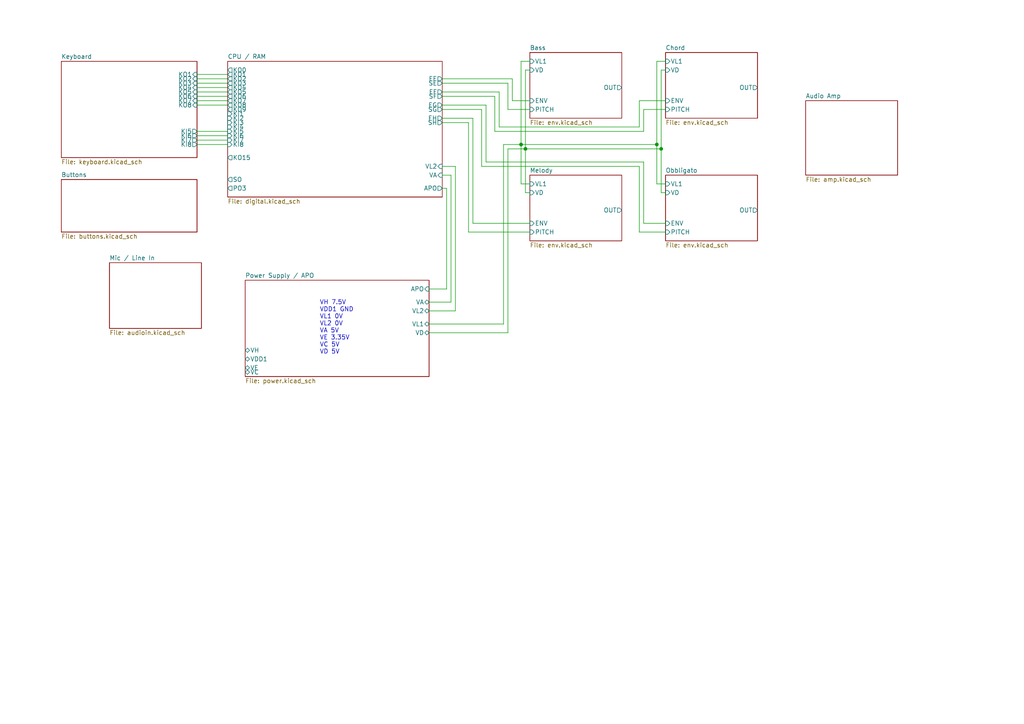
<source format=kicad_sch>
(kicad_sch (version 20201015) (generator eeschema)
  (paper "A4")
  (lib_symbols)
  (junction (at 151.13 41.91) (diameter 0.9144))
  (junction (at 152.4 43.18) (diameter 0.9144))
  (junction (at 190.5 41.91) (diameter 0.9144))
  (junction (at 191.77 43.18) (diameter 0.9144))
  (wire (pts (xy 57.15 21.59) (xy 66.04 21.59)))
  (wire (pts (xy 57.15 24.13) (xy 66.04 24.13)))
  (wire (pts (xy 57.15 26.67) (xy 66.04 26.67)))
  (wire (pts (xy 57.15 29.21) (xy 66.04 29.21)))
  (wire (pts (xy 57.15 38.1) (xy 66.04 38.1)))
  (wire (pts (xy 57.15 40.64) (xy 66.04 40.64)))
  (wire (pts (xy 66.04 22.86) (xy 57.15 22.86)))
  (wire (pts (xy 66.04 25.4) (xy 57.15 25.4)))
  (wire (pts (xy 66.04 27.94) (xy 57.15 27.94)))
  (wire (pts (xy 66.04 30.48) (xy 57.15 30.48)))
  (wire (pts (xy 66.04 39.37) (xy 57.15 39.37)))
  (wire (pts (xy 66.04 41.91) (xy 57.15 41.91)))
  (wire (pts (xy 124.46 83.82) (xy 129.54 83.82)))
  (wire (pts (xy 128.27 26.67) (xy 144.78 26.67)))
  (wire (pts (xy 128.27 31.75) (xy 139.7 31.75)))
  (wire (pts (xy 128.27 35.56) (xy 135.89 35.56)))
  (wire (pts (xy 128.27 48.26) (xy 132.08 48.26)))
  (wire (pts (xy 128.27 50.8) (xy 130.81 50.8)))
  (wire (pts (xy 129.54 54.61) (xy 128.27 54.61)))
  (wire (pts (xy 129.54 83.82) (xy 129.54 54.61)))
  (wire (pts (xy 130.81 50.8) (xy 130.81 87.63)))
  (wire (pts (xy 130.81 87.63) (xy 124.46 87.63)))
  (wire (pts (xy 132.08 48.26) (xy 132.08 90.17)))
  (wire (pts (xy 132.08 90.17) (xy 124.46 90.17)))
  (wire (pts (xy 135.89 35.56) (xy 135.89 67.31)))
  (wire (pts (xy 135.89 67.31) (xy 153.67 67.31)))
  (wire (pts (xy 137.16 34.29) (xy 128.27 34.29)))
  (wire (pts (xy 137.16 64.77) (xy 137.16 34.29)))
  (wire (pts (xy 139.7 31.75) (xy 139.7 48.26)))
  (wire (pts (xy 139.7 48.26) (xy 185.42 48.26)))
  (wire (pts (xy 140.97 30.48) (xy 128.27 30.48)))
  (wire (pts (xy 140.97 30.48) (xy 140.97 46.99)))
  (wire (pts (xy 143.51 27.94) (xy 128.27 27.94)))
  (wire (pts (xy 143.51 38.1) (xy 143.51 27.94)))
  (wire (pts (xy 144.78 26.67) (xy 144.78 36.83)))
  (wire (pts (xy 144.78 36.83) (xy 185.42 36.83)))
  (wire (pts (xy 146.05 41.91) (xy 146.05 93.98)))
  (wire (pts (xy 146.05 41.91) (xy 151.13 41.91)))
  (wire (pts (xy 146.05 93.98) (xy 124.46 93.98)))
  (wire (pts (xy 147.32 24.13) (xy 128.27 24.13)))
  (wire (pts (xy 147.32 31.75) (xy 147.32 24.13)))
  (wire (pts (xy 147.32 43.18) (xy 147.32 96.52)))
  (wire (pts (xy 147.32 43.18) (xy 152.4 43.18)))
  (wire (pts (xy 147.32 96.52) (xy 124.46 96.52)))
  (wire (pts (xy 148.59 22.86) (xy 128.27 22.86)))
  (wire (pts (xy 148.59 29.21) (xy 148.59 22.86)))
  (wire (pts (xy 151.13 17.78) (xy 151.13 41.91)))
  (wire (pts (xy 151.13 41.91) (xy 190.5 41.91)))
  (wire (pts (xy 151.13 53.34) (xy 151.13 41.91)))
  (wire (pts (xy 152.4 20.32) (xy 152.4 43.18)))
  (wire (pts (xy 152.4 55.88) (xy 152.4 43.18)))
  (wire (pts (xy 153.67 17.78) (xy 151.13 17.78)))
  (wire (pts (xy 153.67 20.32) (xy 152.4 20.32)))
  (wire (pts (xy 153.67 29.21) (xy 148.59 29.21)))
  (wire (pts (xy 153.67 31.75) (xy 147.32 31.75)))
  (wire (pts (xy 153.67 53.34) (xy 151.13 53.34)))
  (wire (pts (xy 153.67 55.88) (xy 152.4 55.88)))
  (wire (pts (xy 153.67 64.77) (xy 137.16 64.77)))
  (wire (pts (xy 185.42 29.21) (xy 193.04 29.21)))
  (wire (pts (xy 185.42 36.83) (xy 185.42 29.21)))
  (wire (pts (xy 185.42 48.26) (xy 185.42 67.31)))
  (wire (pts (xy 185.42 67.31) (xy 193.04 67.31)))
  (wire (pts (xy 186.69 31.75) (xy 186.69 38.1)))
  (wire (pts (xy 186.69 38.1) (xy 143.51 38.1)))
  (wire (pts (xy 186.69 46.99) (xy 140.97 46.99)))
  (wire (pts (xy 186.69 64.77) (xy 186.69 46.99)))
  (wire (pts (xy 190.5 17.78) (xy 190.5 41.91)))
  (wire (pts (xy 190.5 41.91) (xy 190.5 53.34)))
  (wire (pts (xy 190.5 53.34) (xy 193.04 53.34)))
  (wire (pts (xy 191.77 20.32) (xy 191.77 43.18)))
  (wire (pts (xy 191.77 20.32) (xy 193.04 20.32)))
  (wire (pts (xy 191.77 43.18) (xy 152.4 43.18)))
  (wire (pts (xy 191.77 43.18) (xy 191.77 55.88)))
  (wire (pts (xy 193.04 17.78) (xy 190.5 17.78)))
  (wire (pts (xy 193.04 31.75) (xy 186.69 31.75)))
  (wire (pts (xy 193.04 55.88) (xy 191.77 55.88)))
  (wire (pts (xy 193.04 64.77) (xy 186.69 64.77)))
  (text "VH 7.5V\nVDD1 GND\nVL1 0V\nVL2 0V\nVA 5V\nVE 3.35V\nVC 5V\nVD 5V" (at 92.71 102.87 0) (effects (font (size 1.27 1.27)) (justify left bottom)))
  (sheet (at 233.68 29.21) (size 26.67 21.59)
    (property "Sheet name" "Audio Amp" (at 233.68 28.5745 0) (effects (justify left bottom)))
    (property "Sheet file" "amp.kicad_sch" (at 233.68 51.3085 0) (effects (justify left top)))
  )
  (sheet (at 153.67 15.24) (size 26.67 19.05)
    (property "Sheet name" "Bass" (at 153.67 14.6045 0) (effects (justify left bottom)))
    (property "Sheet file" "env.kicad_sch" (at 153.67 34.7985 0) (effects (justify left top)))
    (pin "ENV" input (at 153.67 29.21 180))
    (pin "PITCH" input (at 153.67 31.75 180))
    (pin "VD" input (at 153.67 20.32 180))
    (pin "VL1" input (at 153.67 17.78 180))
    (pin "OUT" output (at 180.34 25.4 0))
  )
  (sheet (at 17.78 52.07) (size 39.37 15.24)
    (property "Sheet name" "Buttons" (at 17.78 51.4345 0) (effects (justify left bottom)))
    (property "Sheet file" "buttons.kicad_sch" (at 17.78 67.8185 0) (effects (justify left top)))
  )
  (sheet (at 66.04 17.78) (size 62.23 39.37)
    (property "Sheet name" "CPU / RAM" (at 66.04 17.1445 0) (effects (justify left bottom)))
    (property "Sheet file" "digital.kicad_sch" (at 66.04 57.6585 0) (effects (justify left top)))
    (pin "KO1" output (at 66.04 21.59 180))
    (pin "KO2" output (at 66.04 22.86 180))
    (pin "KO3" output (at 66.04 24.13 180))
    (pin "KO4" output (at 66.04 25.4 180))
    (pin "KO5" output (at 66.04 26.67 180))
    (pin "KO6" output (at 66.04 27.94 180))
    (pin "KO7" output (at 66.04 29.21 180))
    (pin "KO8" output (at 66.04 30.48 180))
    (pin "KO9" output (at 66.04 31.75 180))
    (pin "KO0" output (at 66.04 20.32 180))
    (pin "KI1" input (at 66.04 33.02 180))
    (pin "KI2" input (at 66.04 34.29 180))
    (pin "KI3" input (at 66.04 35.56 180))
    (pin "KI4" input (at 66.04 36.83 180))
    (pin "KI5" input (at 66.04 38.1 180))
    (pin "KI6" input (at 66.04 39.37 180))
    (pin "KI7" input (at 66.04 40.64 180))
    (pin "KI8" input (at 66.04 41.91 180))
    (pin "KO15" output (at 66.04 45.72 180))
    (pin "EH" output (at 128.27 34.29 0))
    (pin "EG" output (at 128.27 30.48 0))
    (pin "EF" output (at 128.27 26.67 0))
    (pin "EE" output (at 128.27 22.86 0))
    (pin "SH" output (at 128.27 35.56 0))
    (pin "SG" output (at 128.27 31.75 0))
    (pin "SF" output (at 128.27 27.94 0))
    (pin "SE" output (at 128.27 24.13 0))
    (pin "SO" output (at 66.04 52.07 180))
    (pin "PO3" output (at 66.04 54.61 180))
    (pin "APO" output (at 128.27 54.61 0))
    (pin "VL2" input (at 128.27 48.26 0))
    (pin "VA" input (at 128.27 50.8 0))
  )
  (sheet (at 193.04 15.24) (size 26.67 19.05)
    (property "Sheet name" "Chord" (at 193.04 14.6045 0) (effects (justify left bottom)))
    (property "Sheet file" "env.kicad_sch" (at 193.04 34.7985 0) (effects (justify left top)))
    (pin "ENV" input (at 193.04 29.21 180))
    (pin "PITCH" input (at 193.04 31.75 180))
    (pin "VD" input (at 193.04 20.32 180))
    (pin "VL1" input (at 193.04 17.78 180))
    (pin "OUT" output (at 219.71 25.4 0))
  )
  (sheet (at 17.78 17.78) (size 39.37 27.94)
    (property "Sheet name" "Keyboard" (at 17.78 17.1445 0) (effects (justify left bottom)))
    (property "Sheet file" "keyboard.kicad_sch" (at 17.78 46.2285 0) (effects (justify left top)))
    (pin "KO1" input (at 57.15 21.59 0))
    (pin "KO2" input (at 57.15 22.86 0))
    (pin "KO3" input (at 57.15 24.13 0))
    (pin "KO4" input (at 57.15 25.4 0))
    (pin "KO5" input (at 57.15 26.67 0))
    (pin "KO6" input (at 57.15 27.94 0))
    (pin "KO7" input (at 57.15 29.21 0))
    (pin "KO8" input (at 57.15 30.48 0))
    (pin "KI5" output (at 57.15 38.1 0))
    (pin "KI6" output (at 57.15 39.37 0))
    (pin "KI7" output (at 57.15 40.64 0))
    (pin "KI8" output (at 57.15 41.91 0))
  )
  (sheet (at 153.67 50.8) (size 26.67 19.05)
    (property "Sheet name" "Melody" (at 153.67 50.1645 0) (effects (justify left bottom)))
    (property "Sheet file" "env.kicad_sch" (at 153.67 70.3585 0) (effects (justify left top)))
    (pin "ENV" input (at 153.67 64.77 180))
    (pin "PITCH" input (at 153.67 67.31 180))
    (pin "VD" input (at 153.67 55.88 180))
    (pin "VL1" input (at 153.67 53.34 180))
    (pin "OUT" output (at 180.34 60.96 0))
  )
  (sheet (at 31.75 76.2) (size 26.67 19.05)
    (property "Sheet name" "Mic / Line In" (at 31.75 75.5645 0) (effects (justify left bottom)))
    (property "Sheet file" "audioin.kicad_sch" (at 31.75 95.7585 0) (effects (justify left top)))
  )
  (sheet (at 193.04 50.8) (size 26.67 19.05)
    (property "Sheet name" "Obbligato" (at 193.04 50.1645 0) (effects (justify left bottom)))
    (property "Sheet file" "env.kicad_sch" (at 193.04 70.3585 0) (effects (justify left top)))
    (pin "ENV" input (at 193.04 64.77 180))
    (pin "PITCH" input (at 193.04 67.31 180))
    (pin "VD" input (at 193.04 55.88 180))
    (pin "VL1" input (at 193.04 53.34 180))
    (pin "OUT" output (at 219.71 60.96 0))
  )
  (sheet (at 71.12 81.28) (size 53.34 27.94)
    (property "Sheet name" "Power Supply / APO" (at 71.12 80.6445 0) (effects (justify left bottom)))
    (property "Sheet file" "power.kicad_sch" (at 71.12 109.7285 0) (effects (justify left top)))
    (pin "APO" input (at 124.46 83.82 0))
    (pin "VDD1" bidirectional (at 71.12 104.14 180))
    (pin "VA" bidirectional (at 124.46 87.63 0))
    (pin "VL2" bidirectional (at 124.46 90.17 0))
    (pin "VE" bidirectional (at 71.12 106.68 180))
    (pin "VL1" bidirectional (at 124.46 93.98 0))
    (pin "VH" bidirectional (at 71.12 101.6 180))
    (pin "VC" bidirectional (at 71.12 107.95 180))
    (pin "VD" bidirectional (at 124.46 96.52 0))
  )
)
</source>
